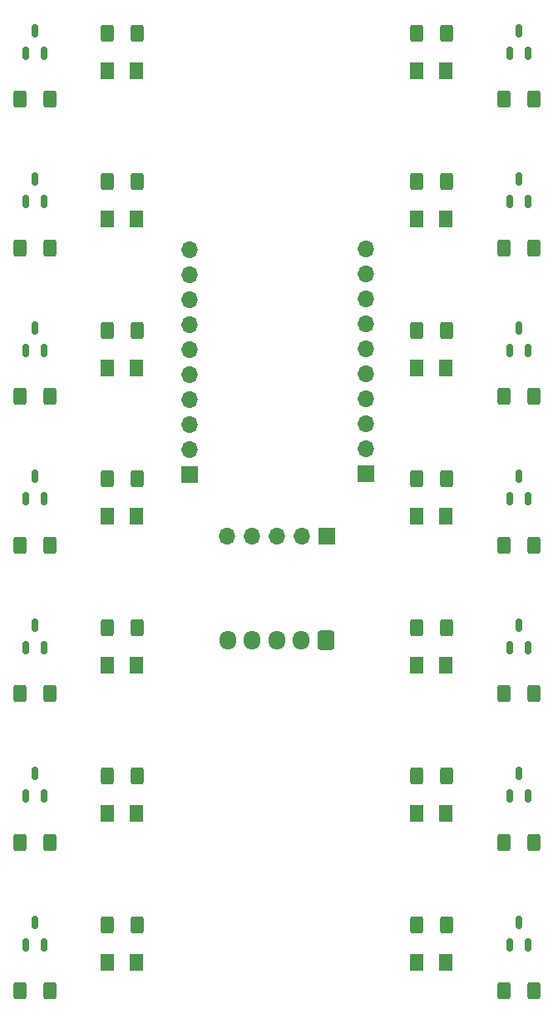
<source format=gts>
G04 #@! TF.GenerationSoftware,KiCad,Pcbnew,7.0.6*
G04 #@! TF.CreationDate,2024-03-01T09:38:34+01:00*
G04 #@! TF.ProjectId,Alarm_lights,416c6172-6d5f-46c6-9967-6874732e6b69,1.0.1*
G04 #@! TF.SameCoordinates,Original*
G04 #@! TF.FileFunction,Soldermask,Top*
G04 #@! TF.FilePolarity,Negative*
%FSLAX46Y46*%
G04 Gerber Fmt 4.6, Leading zero omitted, Abs format (unit mm)*
G04 Created by KiCad (PCBNEW 7.0.6) date 2024-03-01 09:38:34*
%MOMM*%
%LPD*%
G01*
G04 APERTURE LIST*
G04 Aperture macros list*
%AMRoundRect*
0 Rectangle with rounded corners*
0 $1 Rounding radius*
0 $2 $3 $4 $5 $6 $7 $8 $9 X,Y pos of 4 corners*
0 Add a 4 corners polygon primitive as box body*
4,1,4,$2,$3,$4,$5,$6,$7,$8,$9,$2,$3,0*
0 Add four circle primitives for the rounded corners*
1,1,$1+$1,$2,$3*
1,1,$1+$1,$4,$5*
1,1,$1+$1,$6,$7*
1,1,$1+$1,$8,$9*
0 Add four rect primitives between the rounded corners*
20,1,$1+$1,$2,$3,$4,$5,0*
20,1,$1+$1,$4,$5,$6,$7,0*
20,1,$1+$1,$6,$7,$8,$9,0*
20,1,$1+$1,$8,$9,$2,$3,0*%
G04 Aperture macros list end*
%ADD10RoundRect,0.150000X0.150000X-0.512500X0.150000X0.512500X-0.150000X0.512500X-0.150000X-0.512500X0*%
%ADD11RoundRect,0.250001X0.462499X0.624999X-0.462499X0.624999X-0.462499X-0.624999X0.462499X-0.624999X0*%
%ADD12RoundRect,0.250000X0.400000X0.625000X-0.400000X0.625000X-0.400000X-0.625000X0.400000X-0.625000X0*%
%ADD13RoundRect,0.250000X-0.400000X-0.625000X0.400000X-0.625000X0.400000X0.625000X-0.400000X0.625000X0*%
%ADD14RoundRect,0.250001X-0.462499X-0.624999X0.462499X-0.624999X0.462499X0.624999X-0.462499X0.624999X0*%
%ADD15R,1.700000X1.700000*%
%ADD16O,1.700000X1.700000*%
%ADD17RoundRect,0.250000X0.600000X0.725000X-0.600000X0.725000X-0.600000X-0.725000X0.600000X-0.725000X0*%
%ADD18O,1.700000X1.950000*%
G04 APERTURE END LIST*
D10*
X29530000Y-75686500D03*
X31430000Y-75686500D03*
X30480000Y-73411500D03*
D11*
X72353500Y-77470000D03*
X69378500Y-77470000D03*
D10*
X29530000Y-30347500D03*
X31430000Y-30347500D03*
X30480000Y-28072500D03*
X78806000Y-90799500D03*
X80706000Y-90799500D03*
X79756000Y-88524500D03*
X78806000Y-105912500D03*
X80706000Y-105912500D03*
X79756000Y-103637500D03*
D12*
X40920000Y-73660000D03*
X37820000Y-73660000D03*
D10*
X78806000Y-45460500D03*
X80706000Y-45460500D03*
X79756000Y-43185500D03*
D11*
X72353500Y-92583000D03*
X69378500Y-92583000D03*
D12*
X32030000Y-65278000D03*
X28930000Y-65278000D03*
D13*
X69316000Y-88773000D03*
X72416000Y-88773000D03*
D12*
X81306000Y-125730000D03*
X78206000Y-125730000D03*
D14*
X37882500Y-122809000D03*
X40857500Y-122809000D03*
D12*
X81306000Y-35052000D03*
X78206000Y-35052000D03*
D14*
X37882500Y-47244000D03*
X40857500Y-47244000D03*
X37882500Y-32131000D03*
X40857500Y-32131000D03*
D11*
X72353500Y-32131000D03*
X69378500Y-32131000D03*
D13*
X69316000Y-28321000D03*
X72416000Y-28321000D03*
D12*
X40920000Y-58547000D03*
X37820000Y-58547000D03*
D13*
X69316000Y-103886000D03*
X72416000Y-103886000D03*
D10*
X29530000Y-45460500D03*
X31430000Y-45460500D03*
X30480000Y-43185500D03*
D12*
X81306000Y-80391000D03*
X78206000Y-80391000D03*
D11*
X72353500Y-107696000D03*
X69378500Y-107696000D03*
D10*
X29530000Y-121025500D03*
X31430000Y-121025500D03*
X30480000Y-118750500D03*
D13*
X69316000Y-58547000D03*
X72416000Y-58547000D03*
D12*
X81306000Y-65278000D03*
X78206000Y-65278000D03*
X32030000Y-95504000D03*
X28930000Y-95504000D03*
D14*
X37882500Y-107696000D03*
X40857500Y-107696000D03*
D10*
X78806000Y-30347500D03*
X80706000Y-30347500D03*
X79756000Y-28072500D03*
D13*
X69316000Y-73660000D03*
X72416000Y-73660000D03*
D12*
X40920000Y-43434000D03*
X37820000Y-43434000D03*
X81306000Y-50165000D03*
X78206000Y-50165000D03*
D10*
X78806000Y-60573500D03*
X80706000Y-60573500D03*
X79756000Y-58298500D03*
X29530000Y-90799500D03*
X31430000Y-90799500D03*
X30480000Y-88524500D03*
D12*
X81306000Y-95504000D03*
X78206000Y-95504000D03*
D13*
X69316000Y-118999000D03*
X72416000Y-118999000D03*
D11*
X72353500Y-47244000D03*
X69378500Y-47244000D03*
D12*
X40920000Y-28321000D03*
X37820000Y-28321000D03*
D14*
X37882500Y-92583000D03*
X40857500Y-92583000D03*
D10*
X78806000Y-121025500D03*
X80706000Y-121025500D03*
X79756000Y-118750500D03*
D12*
X40920000Y-88773000D03*
X37820000Y-88773000D03*
D13*
X69316000Y-43434000D03*
X72416000Y-43434000D03*
D12*
X32030000Y-50165000D03*
X28930000Y-50165000D03*
D14*
X37882500Y-77470000D03*
X40857500Y-77470000D03*
D12*
X32030000Y-35052000D03*
X28930000Y-35052000D03*
X32030000Y-125730000D03*
X28930000Y-125730000D03*
D10*
X78806000Y-75686500D03*
X80706000Y-75686500D03*
X79756000Y-73411500D03*
D12*
X32030000Y-110617000D03*
X28930000Y-110617000D03*
X40920000Y-118999000D03*
X37820000Y-118999000D03*
D11*
X72353500Y-62357000D03*
X69378500Y-62357000D03*
D12*
X40920000Y-103886000D03*
X37820000Y-103886000D03*
D10*
X29530000Y-60573500D03*
X31430000Y-60573500D03*
X30480000Y-58298500D03*
D12*
X32030000Y-80391000D03*
X28930000Y-80391000D03*
D11*
X72353500Y-122809000D03*
X69378500Y-122809000D03*
D14*
X37882500Y-62357000D03*
X40857500Y-62357000D03*
D10*
X29530000Y-105912500D03*
X31430000Y-105912500D03*
X30480000Y-103637500D03*
D12*
X81306000Y-110617000D03*
X78206000Y-110617000D03*
D15*
X60198000Y-79502000D03*
D16*
X57658000Y-79502000D03*
X55118000Y-79502000D03*
X52578000Y-79502000D03*
X50038000Y-79502000D03*
D15*
X46238000Y-73177000D03*
D16*
X46238000Y-70637000D03*
X46238000Y-68097000D03*
X46238000Y-65557000D03*
X46238000Y-63017000D03*
X46238000Y-60477000D03*
X46238000Y-57937000D03*
X46238000Y-55397000D03*
X46238000Y-52857000D03*
X46238000Y-50317000D03*
D17*
X60118000Y-90043000D03*
D18*
X57618000Y-90043000D03*
X55118000Y-90043000D03*
X52618000Y-90043000D03*
X50118000Y-90043000D03*
D15*
X64218000Y-73157000D03*
D16*
X64218000Y-70617000D03*
X64218000Y-68077000D03*
X64218000Y-65537000D03*
X64218000Y-62997000D03*
X64218000Y-60457000D03*
X64218000Y-57917000D03*
X64218000Y-55377000D03*
X64218000Y-52837000D03*
X64218000Y-50297000D03*
M02*

</source>
